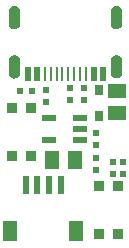
<source format=gbr>
G04 EAGLE Gerber RS-274X export*
G75*
%MOMM*%
%FSLAX34Y34*%
%LPD*%
%INSolderpaste Top*%
%IPPOS*%
%AMOC8*
5,1,8,0,0,1.08239X$1,22.5*%
G01*
%ADD10R,1.240000X1.500000*%
%ADD11R,1.500000X1.240000*%
%ADD12R,0.500000X1.550000*%
%ADD13R,1.200000X1.800000*%
%ADD14R,1.200000X0.550000*%
%ADD15R,0.500000X0.500000*%
%ADD16R,0.800000X0.900000*%
%ADD17R,0.575000X1.150000*%
%ADD18R,0.275000X1.150000*%
%ADD19R,0.600000X0.600000*%
%ADD20R,0.900000X0.900000*%

G36*
X46724Y181478D02*
X46724Y181478D01*
X46724Y181479D01*
X46725Y181479D01*
X47799Y181854D01*
X47799Y181855D01*
X47800Y181855D01*
X48763Y182460D01*
X48763Y182461D01*
X48764Y182461D01*
X49568Y183265D01*
X49568Y183266D01*
X49569Y183266D01*
X50174Y184229D01*
X50174Y184230D01*
X50175Y184230D01*
X50550Y185304D01*
X50550Y185305D01*
X50551Y185305D01*
X50552Y185320D01*
X50553Y185325D01*
X50553Y185330D01*
X50554Y185335D01*
X50555Y185340D01*
X50555Y185345D01*
X50556Y185350D01*
X50556Y185355D01*
X50559Y185380D01*
X50560Y185385D01*
X50560Y185390D01*
X50561Y185395D01*
X50561Y185400D01*
X50562Y185405D01*
X50562Y185410D01*
X50563Y185415D01*
X50566Y185440D01*
X50566Y185445D01*
X50567Y185450D01*
X50567Y185455D01*
X50568Y185460D01*
X50569Y185464D01*
X50569Y185465D01*
X50569Y185469D01*
X50569Y185470D01*
X50570Y185474D01*
X50572Y185499D01*
X50573Y185504D01*
X50574Y185509D01*
X50574Y185514D01*
X50575Y185519D01*
X50575Y185524D01*
X50576Y185529D01*
X50576Y185534D01*
X50579Y185559D01*
X50580Y185564D01*
X50580Y185569D01*
X50581Y185574D01*
X50581Y185579D01*
X50582Y185584D01*
X50583Y185589D01*
X50583Y185594D01*
X50585Y185614D01*
X50586Y185619D01*
X50586Y185623D01*
X50586Y185624D01*
X50587Y185628D01*
X50587Y185629D01*
X50588Y185633D01*
X50588Y185638D01*
X50589Y185643D01*
X50589Y185648D01*
X50590Y185653D01*
X50592Y185673D01*
X50593Y185678D01*
X50593Y185683D01*
X50594Y185688D01*
X50594Y185693D01*
X50595Y185698D01*
X50595Y185703D01*
X50596Y185708D01*
X50597Y185713D01*
X50599Y185733D01*
X50599Y185738D01*
X50600Y185743D01*
X50600Y185748D01*
X50601Y185753D01*
X50602Y185758D01*
X50602Y185763D01*
X50603Y185768D01*
X50603Y185773D01*
X50605Y185792D01*
X50606Y185792D01*
X50606Y185797D01*
X50607Y185802D01*
X50607Y185807D01*
X50608Y185812D01*
X50608Y185817D01*
X50609Y185822D01*
X50609Y185827D01*
X50610Y185832D01*
X50612Y185852D01*
X50613Y185857D01*
X50613Y185862D01*
X50614Y185867D01*
X50614Y185872D01*
X50615Y185877D01*
X50616Y185882D01*
X50616Y185887D01*
X50617Y185892D01*
X50619Y185912D01*
X50619Y185917D01*
X50620Y185917D01*
X50619Y185917D01*
X50620Y185922D01*
X50621Y185927D01*
X50621Y185932D01*
X50622Y185937D01*
X50622Y185941D01*
X50622Y185942D01*
X50623Y185946D01*
X50623Y185947D01*
X50623Y185951D01*
X50626Y185971D01*
X50626Y185976D01*
X50627Y185981D01*
X50627Y185986D01*
X50628Y185991D01*
X50628Y185996D01*
X50629Y186001D01*
X50630Y186006D01*
X50630Y186011D01*
X50632Y186031D01*
X50633Y186036D01*
X50633Y186041D01*
X50634Y186041D01*
X50633Y186041D01*
X50634Y186046D01*
X50635Y186051D01*
X50635Y186056D01*
X50636Y186061D01*
X50636Y186066D01*
X50637Y186071D01*
X50639Y186091D01*
X50640Y186096D01*
X50640Y186100D01*
X50640Y186101D01*
X50641Y186105D01*
X50641Y186106D01*
X50641Y186110D01*
X50642Y186115D01*
X50642Y186120D01*
X50643Y186125D01*
X50644Y186130D01*
X50646Y186150D01*
X50646Y186155D01*
X50647Y186160D01*
X50647Y186165D01*
X50648Y186165D01*
X50647Y186165D01*
X50648Y186170D01*
X50649Y186175D01*
X50649Y186180D01*
X50650Y186185D01*
X50650Y186190D01*
X50653Y186210D01*
X50653Y186215D01*
X50654Y186220D01*
X50654Y186225D01*
X50655Y186230D01*
X50655Y186235D01*
X50656Y186240D01*
X50656Y186245D01*
X50657Y186250D01*
X50659Y186269D01*
X50660Y186274D01*
X50660Y186279D01*
X50661Y186284D01*
X50661Y186289D01*
X50662Y186289D01*
X50661Y186289D01*
X50662Y186294D01*
X50663Y186299D01*
X50663Y186304D01*
X50666Y186329D01*
X50667Y186334D01*
X50667Y186339D01*
X50668Y186344D01*
X50668Y186349D01*
X50669Y186354D01*
X50669Y186359D01*
X50670Y186364D01*
X50673Y186389D01*
X50673Y186394D01*
X50674Y186399D01*
X50674Y186404D01*
X50675Y186409D01*
X50675Y186414D01*
X50676Y186414D01*
X50675Y186414D01*
X50676Y186418D01*
X50676Y186419D01*
X50677Y186423D01*
X50677Y186424D01*
X50678Y186435D01*
X50678Y186436D01*
X50678Y196088D01*
X50678Y196089D01*
X50551Y197219D01*
X50550Y197219D01*
X50550Y197220D01*
X50175Y198294D01*
X50174Y198294D01*
X50174Y198295D01*
X49569Y199258D01*
X49568Y199258D01*
X49568Y199259D01*
X48764Y200063D01*
X48763Y200063D01*
X48763Y200064D01*
X47800Y200669D01*
X47799Y200669D01*
X47799Y200670D01*
X46725Y201045D01*
X46724Y201045D01*
X46724Y201046D01*
X45594Y201173D01*
X45593Y201173D01*
X45592Y201173D01*
X45358Y201147D01*
X45005Y201107D01*
X44653Y201067D01*
X44519Y201052D01*
X44518Y201051D01*
X44517Y201052D01*
X43497Y200695D01*
X43497Y200694D01*
X43496Y200694D01*
X42581Y200119D01*
X41816Y199355D01*
X41816Y199354D01*
X41241Y198439D01*
X41241Y198438D01*
X41240Y198438D01*
X40883Y197418D01*
X40884Y197417D01*
X40883Y197416D01*
X40882Y197411D01*
X40882Y197406D01*
X40881Y197401D01*
X40879Y197381D01*
X40879Y197376D01*
X40878Y197376D01*
X40879Y197376D01*
X40878Y197371D01*
X40877Y197366D01*
X40877Y197361D01*
X40876Y197356D01*
X40876Y197351D01*
X40875Y197346D01*
X40872Y197321D01*
X40872Y197316D01*
X40871Y197311D01*
X40871Y197306D01*
X40870Y197301D01*
X40870Y197296D01*
X40869Y197291D01*
X40868Y197286D01*
X40866Y197262D01*
X40865Y197257D01*
X40865Y197252D01*
X40864Y197252D01*
X40865Y197252D01*
X40864Y197247D01*
X40863Y197242D01*
X40863Y197237D01*
X40862Y197232D01*
X40862Y197227D01*
X40859Y197207D01*
X40859Y197202D01*
X40858Y197197D01*
X40858Y197192D01*
X40857Y197187D01*
X40857Y197182D01*
X40856Y197177D01*
X40856Y197172D01*
X40855Y197167D01*
X40853Y197147D01*
X40852Y197142D01*
X40852Y197137D01*
X40851Y197132D01*
X40851Y197127D01*
X40850Y197127D01*
X40851Y197127D01*
X40850Y197122D01*
X40849Y197118D01*
X40849Y197117D01*
X40849Y197113D01*
X40849Y197112D01*
X40848Y197108D01*
X40846Y197088D01*
X40845Y197083D01*
X40845Y197078D01*
X40844Y197073D01*
X40844Y197068D01*
X40843Y197063D01*
X40843Y197058D01*
X40842Y197053D01*
X40842Y197048D01*
X40839Y197028D01*
X40839Y197023D01*
X40838Y197018D01*
X40838Y197013D01*
X40837Y197008D01*
X40837Y197003D01*
X40836Y197003D01*
X40837Y197003D01*
X40836Y196998D01*
X40835Y196993D01*
X40833Y196968D01*
X40832Y196963D01*
X40831Y196959D01*
X40831Y196958D01*
X40831Y196954D01*
X40831Y196953D01*
X40830Y196949D01*
X40830Y196944D01*
X40829Y196939D01*
X40829Y196934D01*
X40826Y196909D01*
X40825Y196904D01*
X40825Y196899D01*
X40824Y196894D01*
X40824Y196889D01*
X40823Y196884D01*
X40823Y196879D01*
X40822Y196879D01*
X40823Y196879D01*
X40822Y196874D01*
X40820Y196854D01*
X40819Y196849D01*
X40819Y196844D01*
X40818Y196839D01*
X40817Y196834D01*
X40817Y196829D01*
X40816Y196824D01*
X40816Y196819D01*
X40815Y196814D01*
X40813Y196795D01*
X40813Y196794D01*
X40812Y196790D01*
X40812Y196785D01*
X40811Y196780D01*
X40811Y196775D01*
X40810Y196770D01*
X40810Y196765D01*
X40809Y196760D01*
X40809Y196755D01*
X40808Y196755D01*
X40809Y196755D01*
X40806Y196735D01*
X40806Y196730D01*
X40805Y196725D01*
X40805Y196720D01*
X40804Y196715D01*
X40803Y196710D01*
X40803Y196705D01*
X40802Y196700D01*
X40802Y196695D01*
X40800Y196675D01*
X40799Y196670D01*
X40798Y196665D01*
X40798Y196660D01*
X40797Y196655D01*
X40797Y196650D01*
X40796Y196645D01*
X40796Y196641D01*
X40796Y196640D01*
X40793Y196616D01*
X40792Y196611D01*
X40792Y196606D01*
X40791Y196601D01*
X40791Y196596D01*
X40790Y196591D01*
X40789Y196586D01*
X40789Y196581D01*
X40786Y196556D01*
X40786Y196551D01*
X40785Y196546D01*
X40784Y196541D01*
X40784Y196536D01*
X40783Y196531D01*
X40783Y196526D01*
X40782Y196521D01*
X40780Y196501D01*
X40779Y196496D01*
X40779Y196491D01*
X40778Y196486D01*
X40778Y196482D01*
X40778Y196481D01*
X40777Y196477D01*
X40777Y196476D01*
X40777Y196472D01*
X40776Y196467D01*
X40775Y196462D01*
X40773Y196442D01*
X40773Y196437D01*
X40772Y196432D01*
X40772Y196427D01*
X40771Y196422D01*
X40770Y196417D01*
X40770Y196412D01*
X40769Y196407D01*
X40769Y196402D01*
X40767Y196382D01*
X40766Y196377D01*
X40765Y196372D01*
X40765Y196367D01*
X40764Y196362D01*
X40764Y196357D01*
X40763Y196352D01*
X40763Y196347D01*
X40762Y196343D01*
X40762Y196342D01*
X40762Y186182D01*
X40762Y186181D01*
X40883Y185108D01*
X40884Y185107D01*
X40883Y185106D01*
X41240Y184086D01*
X41241Y184086D01*
X41241Y184085D01*
X41816Y183170D01*
X42581Y182405D01*
X43496Y181830D01*
X43497Y181830D01*
X43497Y181829D01*
X44517Y181472D01*
X44518Y181473D01*
X44519Y181472D01*
X45592Y181351D01*
X45593Y181352D01*
X45594Y181351D01*
X46724Y181478D01*
G37*
G36*
X133084Y181478D02*
X133084Y181478D01*
X133084Y181479D01*
X133085Y181479D01*
X134159Y181854D01*
X134159Y181855D01*
X134160Y181855D01*
X135123Y182460D01*
X135123Y182461D01*
X135124Y182461D01*
X135928Y183265D01*
X135928Y183266D01*
X135929Y183266D01*
X136534Y184229D01*
X136534Y184230D01*
X136535Y184230D01*
X136910Y185304D01*
X136910Y185305D01*
X136911Y185305D01*
X136912Y185320D01*
X136913Y185325D01*
X136913Y185330D01*
X136914Y185335D01*
X136915Y185340D01*
X136915Y185345D01*
X136916Y185350D01*
X136916Y185355D01*
X136919Y185380D01*
X136920Y185385D01*
X136920Y185390D01*
X136921Y185395D01*
X136921Y185400D01*
X136922Y185405D01*
X136922Y185410D01*
X136923Y185415D01*
X136926Y185440D01*
X136926Y185445D01*
X136927Y185450D01*
X136927Y185455D01*
X136928Y185460D01*
X136929Y185464D01*
X136929Y185465D01*
X136929Y185469D01*
X136929Y185470D01*
X136930Y185474D01*
X136932Y185499D01*
X136933Y185504D01*
X136934Y185509D01*
X136934Y185514D01*
X136935Y185519D01*
X136935Y185524D01*
X136936Y185529D01*
X136936Y185534D01*
X136939Y185559D01*
X136940Y185564D01*
X136940Y185569D01*
X136941Y185574D01*
X136941Y185579D01*
X136942Y185584D01*
X136943Y185589D01*
X136943Y185594D01*
X136945Y185614D01*
X136946Y185619D01*
X136946Y185623D01*
X136946Y185624D01*
X136947Y185628D01*
X136947Y185629D01*
X136948Y185633D01*
X136948Y185638D01*
X136949Y185643D01*
X136949Y185648D01*
X136950Y185653D01*
X136952Y185673D01*
X136953Y185678D01*
X136953Y185683D01*
X136954Y185688D01*
X136954Y185693D01*
X136955Y185698D01*
X136955Y185703D01*
X136956Y185708D01*
X136957Y185713D01*
X136959Y185733D01*
X136959Y185738D01*
X136960Y185743D01*
X136960Y185748D01*
X136961Y185753D01*
X136962Y185758D01*
X136962Y185763D01*
X136963Y185768D01*
X136963Y185773D01*
X136965Y185792D01*
X136966Y185792D01*
X136966Y185797D01*
X136967Y185802D01*
X136967Y185807D01*
X136968Y185812D01*
X136968Y185817D01*
X136969Y185822D01*
X136969Y185827D01*
X136970Y185832D01*
X136972Y185852D01*
X136973Y185857D01*
X136973Y185862D01*
X136974Y185867D01*
X136974Y185872D01*
X136975Y185877D01*
X136976Y185882D01*
X136976Y185887D01*
X136977Y185892D01*
X136979Y185912D01*
X136979Y185917D01*
X136980Y185917D01*
X136979Y185917D01*
X136980Y185922D01*
X136981Y185927D01*
X136981Y185932D01*
X136982Y185937D01*
X136982Y185941D01*
X136982Y185942D01*
X136983Y185946D01*
X136983Y185947D01*
X136983Y185951D01*
X136986Y185971D01*
X136986Y185976D01*
X136987Y185981D01*
X136987Y185986D01*
X136988Y185991D01*
X136988Y185996D01*
X136989Y186001D01*
X136990Y186006D01*
X136990Y186011D01*
X136992Y186031D01*
X136993Y186036D01*
X136993Y186041D01*
X136994Y186041D01*
X136993Y186041D01*
X136994Y186046D01*
X136995Y186051D01*
X136995Y186056D01*
X136996Y186061D01*
X136996Y186066D01*
X136997Y186071D01*
X136999Y186091D01*
X137000Y186096D01*
X137000Y186100D01*
X137000Y186101D01*
X137001Y186105D01*
X137001Y186106D01*
X137001Y186110D01*
X137002Y186115D01*
X137002Y186120D01*
X137003Y186125D01*
X137004Y186130D01*
X137006Y186150D01*
X137006Y186155D01*
X137007Y186160D01*
X137007Y186165D01*
X137008Y186165D01*
X137007Y186165D01*
X137008Y186170D01*
X137009Y186175D01*
X137009Y186180D01*
X137010Y186185D01*
X137010Y186190D01*
X137013Y186210D01*
X137013Y186215D01*
X137014Y186220D01*
X137014Y186225D01*
X137015Y186230D01*
X137015Y186235D01*
X137016Y186240D01*
X137016Y186245D01*
X137017Y186250D01*
X137019Y186269D01*
X137020Y186274D01*
X137020Y186279D01*
X137021Y186284D01*
X137021Y186289D01*
X137022Y186289D01*
X137021Y186289D01*
X137022Y186294D01*
X137023Y186299D01*
X137023Y186304D01*
X137026Y186329D01*
X137027Y186334D01*
X137027Y186339D01*
X137028Y186344D01*
X137028Y186349D01*
X137029Y186354D01*
X137029Y186359D01*
X137030Y186364D01*
X137033Y186389D01*
X137033Y186394D01*
X137034Y186399D01*
X137034Y186404D01*
X137035Y186409D01*
X137035Y186414D01*
X137036Y186414D01*
X137035Y186414D01*
X137036Y186418D01*
X137036Y186419D01*
X137037Y186423D01*
X137037Y186424D01*
X137038Y186435D01*
X137038Y186436D01*
X137038Y196088D01*
X137038Y196089D01*
X136911Y197219D01*
X136910Y197219D01*
X136910Y197220D01*
X136535Y198294D01*
X136534Y198294D01*
X136534Y198295D01*
X135929Y199258D01*
X135928Y199258D01*
X135928Y199259D01*
X135124Y200063D01*
X135123Y200063D01*
X135123Y200064D01*
X134160Y200669D01*
X134159Y200669D01*
X134159Y200670D01*
X133085Y201045D01*
X133084Y201045D01*
X133084Y201046D01*
X131954Y201173D01*
X131953Y201173D01*
X131952Y201173D01*
X131718Y201147D01*
X131365Y201107D01*
X131013Y201067D01*
X130879Y201052D01*
X130878Y201051D01*
X130877Y201052D01*
X129857Y200695D01*
X129857Y200694D01*
X129856Y200694D01*
X128941Y200119D01*
X128176Y199355D01*
X128176Y199354D01*
X127601Y198439D01*
X127601Y198438D01*
X127600Y198438D01*
X127243Y197418D01*
X127244Y197417D01*
X127243Y197416D01*
X127242Y197411D01*
X127242Y197406D01*
X127241Y197401D01*
X127239Y197381D01*
X127239Y197376D01*
X127238Y197376D01*
X127239Y197376D01*
X127238Y197371D01*
X127237Y197366D01*
X127237Y197361D01*
X127236Y197356D01*
X127236Y197351D01*
X127235Y197346D01*
X127232Y197321D01*
X127232Y197316D01*
X127231Y197311D01*
X127231Y197306D01*
X127230Y197301D01*
X127230Y197296D01*
X127229Y197291D01*
X127228Y197286D01*
X127226Y197262D01*
X127225Y197257D01*
X127225Y197252D01*
X127224Y197252D01*
X127225Y197252D01*
X127224Y197247D01*
X127223Y197242D01*
X127223Y197237D01*
X127222Y197232D01*
X127222Y197227D01*
X127219Y197207D01*
X127219Y197202D01*
X127218Y197197D01*
X127218Y197192D01*
X127217Y197187D01*
X127217Y197182D01*
X127216Y197177D01*
X127216Y197172D01*
X127215Y197167D01*
X127213Y197147D01*
X127212Y197142D01*
X127212Y197137D01*
X127211Y197132D01*
X127211Y197127D01*
X127210Y197127D01*
X127211Y197127D01*
X127210Y197122D01*
X127209Y197118D01*
X127209Y197117D01*
X127209Y197113D01*
X127209Y197112D01*
X127208Y197108D01*
X127206Y197088D01*
X127205Y197083D01*
X127205Y197078D01*
X127204Y197073D01*
X127204Y197068D01*
X127203Y197063D01*
X127203Y197058D01*
X127202Y197053D01*
X127202Y197048D01*
X127199Y197028D01*
X127199Y197023D01*
X127198Y197018D01*
X127198Y197013D01*
X127197Y197008D01*
X127197Y197003D01*
X127196Y197003D01*
X127197Y197003D01*
X127196Y196998D01*
X127195Y196993D01*
X127193Y196968D01*
X127192Y196963D01*
X127191Y196959D01*
X127191Y196958D01*
X127191Y196954D01*
X127191Y196953D01*
X127190Y196949D01*
X127190Y196944D01*
X127189Y196939D01*
X127189Y196934D01*
X127186Y196909D01*
X127185Y196904D01*
X127185Y196899D01*
X127184Y196894D01*
X127184Y196889D01*
X127183Y196884D01*
X127183Y196879D01*
X127182Y196879D01*
X127183Y196879D01*
X127182Y196874D01*
X127180Y196854D01*
X127179Y196849D01*
X127179Y196844D01*
X127178Y196839D01*
X127177Y196834D01*
X127177Y196829D01*
X127176Y196824D01*
X127176Y196819D01*
X127175Y196814D01*
X127173Y196795D01*
X127173Y196794D01*
X127172Y196790D01*
X127172Y196785D01*
X127171Y196780D01*
X127171Y196775D01*
X127170Y196770D01*
X127170Y196765D01*
X127169Y196760D01*
X127169Y196755D01*
X127168Y196755D01*
X127169Y196755D01*
X127166Y196735D01*
X127166Y196730D01*
X127165Y196725D01*
X127165Y196720D01*
X127164Y196715D01*
X127163Y196710D01*
X127163Y196705D01*
X127162Y196700D01*
X127162Y196695D01*
X127160Y196675D01*
X127159Y196670D01*
X127158Y196665D01*
X127158Y196660D01*
X127157Y196655D01*
X127157Y196650D01*
X127156Y196645D01*
X127156Y196641D01*
X127156Y196640D01*
X127153Y196616D01*
X127152Y196611D01*
X127152Y196606D01*
X127151Y196601D01*
X127151Y196596D01*
X127150Y196591D01*
X127149Y196586D01*
X127149Y196581D01*
X127146Y196556D01*
X127146Y196551D01*
X127145Y196546D01*
X127144Y196541D01*
X127144Y196536D01*
X127143Y196531D01*
X127143Y196526D01*
X127142Y196521D01*
X127140Y196501D01*
X127139Y196496D01*
X127139Y196491D01*
X127138Y196486D01*
X127138Y196482D01*
X127138Y196481D01*
X127137Y196477D01*
X127137Y196476D01*
X127137Y196472D01*
X127136Y196467D01*
X127135Y196462D01*
X127133Y196442D01*
X127133Y196437D01*
X127132Y196432D01*
X127132Y196427D01*
X127131Y196422D01*
X127130Y196417D01*
X127130Y196412D01*
X127129Y196407D01*
X127129Y196402D01*
X127127Y196382D01*
X127126Y196377D01*
X127125Y196372D01*
X127125Y196367D01*
X127124Y196362D01*
X127124Y196357D01*
X127123Y196352D01*
X127123Y196347D01*
X127122Y196343D01*
X127122Y196342D01*
X127122Y186182D01*
X127122Y186181D01*
X127243Y185108D01*
X127244Y185107D01*
X127243Y185106D01*
X127600Y184086D01*
X127601Y184086D01*
X127601Y184085D01*
X128176Y183170D01*
X128941Y182405D01*
X129856Y181830D01*
X129857Y181830D01*
X129857Y181829D01*
X130877Y181472D01*
X130878Y181473D01*
X130879Y181472D01*
X131952Y181351D01*
X131953Y181352D01*
X131954Y181351D01*
X133084Y181478D01*
G37*
G36*
X133211Y139695D02*
X133211Y139695D01*
X133211Y139696D01*
X133212Y139696D01*
X134286Y140071D01*
X134286Y140072D01*
X134287Y140072D01*
X135250Y140677D01*
X135250Y140678D01*
X135251Y140678D01*
X136055Y141482D01*
X136055Y141483D01*
X136056Y141483D01*
X136661Y142446D01*
X136661Y142447D01*
X136662Y142447D01*
X137037Y143521D01*
X137037Y143522D01*
X137038Y143522D01*
X137039Y143537D01*
X137040Y143542D01*
X137040Y143547D01*
X137041Y143552D01*
X137042Y143557D01*
X137042Y143562D01*
X137043Y143567D01*
X137043Y143572D01*
X137046Y143597D01*
X137047Y143602D01*
X137047Y143607D01*
X137048Y143612D01*
X137048Y143617D01*
X137049Y143622D01*
X137049Y143627D01*
X137050Y143632D01*
X137053Y143657D01*
X137053Y143662D01*
X137054Y143667D01*
X137054Y143672D01*
X137055Y143677D01*
X137056Y143681D01*
X137056Y143682D01*
X137056Y143686D01*
X137056Y143687D01*
X137057Y143691D01*
X137059Y143716D01*
X137060Y143721D01*
X137061Y143726D01*
X137061Y143731D01*
X137062Y143736D01*
X137062Y143741D01*
X137063Y143746D01*
X137063Y143751D01*
X137066Y143776D01*
X137067Y143781D01*
X137067Y143786D01*
X137068Y143791D01*
X137068Y143796D01*
X137069Y143801D01*
X137070Y143806D01*
X137070Y143811D01*
X137072Y143831D01*
X137073Y143836D01*
X137073Y143840D01*
X137073Y143841D01*
X137074Y143845D01*
X137074Y143846D01*
X137075Y143850D01*
X137075Y143855D01*
X137076Y143860D01*
X137076Y143865D01*
X137077Y143870D01*
X137079Y143890D01*
X137080Y143895D01*
X137080Y143900D01*
X137081Y143905D01*
X137081Y143910D01*
X137082Y143915D01*
X137082Y143920D01*
X137083Y143925D01*
X137084Y143930D01*
X137086Y143950D01*
X137086Y143955D01*
X137087Y143960D01*
X137087Y143965D01*
X137088Y143970D01*
X137089Y143975D01*
X137089Y143980D01*
X137090Y143985D01*
X137090Y143990D01*
X137092Y144009D01*
X137093Y144009D01*
X137093Y144014D01*
X137094Y144019D01*
X137094Y144024D01*
X137095Y144029D01*
X137095Y144034D01*
X137096Y144039D01*
X137096Y144044D01*
X137097Y144049D01*
X137099Y144069D01*
X137100Y144074D01*
X137100Y144079D01*
X137101Y144084D01*
X137101Y144089D01*
X137102Y144094D01*
X137103Y144099D01*
X137103Y144104D01*
X137104Y144109D01*
X137106Y144129D01*
X137106Y144134D01*
X137107Y144134D01*
X137106Y144134D01*
X137107Y144139D01*
X137108Y144144D01*
X137108Y144149D01*
X137109Y144154D01*
X137109Y144158D01*
X137109Y144159D01*
X137110Y144163D01*
X137110Y144164D01*
X137110Y144168D01*
X137113Y144188D01*
X137113Y144193D01*
X137114Y144198D01*
X137114Y144203D01*
X137115Y144208D01*
X137115Y144213D01*
X137116Y144218D01*
X137117Y144223D01*
X137117Y144228D01*
X137119Y144248D01*
X137120Y144253D01*
X137120Y144258D01*
X137121Y144258D01*
X137120Y144258D01*
X137121Y144263D01*
X137122Y144268D01*
X137122Y144273D01*
X137123Y144278D01*
X137123Y144283D01*
X137124Y144288D01*
X137126Y144308D01*
X137127Y144313D01*
X137127Y144317D01*
X137127Y144318D01*
X137128Y144322D01*
X137128Y144323D01*
X137128Y144327D01*
X137129Y144332D01*
X137129Y144337D01*
X137130Y144342D01*
X137131Y144347D01*
X137133Y144367D01*
X137133Y144372D01*
X137134Y144377D01*
X137134Y144382D01*
X137135Y144382D01*
X137134Y144382D01*
X137135Y144387D01*
X137136Y144392D01*
X137136Y144397D01*
X137137Y144402D01*
X137137Y144407D01*
X137140Y144427D01*
X137140Y144432D01*
X137141Y144437D01*
X137141Y144442D01*
X137142Y144447D01*
X137142Y144452D01*
X137143Y144457D01*
X137143Y144462D01*
X137144Y144467D01*
X137146Y144486D01*
X137147Y144491D01*
X137147Y144496D01*
X137148Y144501D01*
X137148Y144506D01*
X137149Y144506D01*
X137148Y144506D01*
X137149Y144511D01*
X137150Y144516D01*
X137150Y144521D01*
X137153Y144546D01*
X137154Y144551D01*
X137154Y144556D01*
X137155Y144561D01*
X137155Y144566D01*
X137156Y144571D01*
X137156Y144576D01*
X137157Y144581D01*
X137160Y144606D01*
X137160Y144611D01*
X137161Y144616D01*
X137161Y144621D01*
X137162Y144626D01*
X137162Y144631D01*
X137163Y144631D01*
X137162Y144631D01*
X137163Y144635D01*
X137163Y144636D01*
X137164Y144640D01*
X137164Y144641D01*
X137165Y144652D01*
X137165Y144653D01*
X137165Y154305D01*
X137165Y154306D01*
X137038Y155436D01*
X137037Y155436D01*
X137037Y155437D01*
X136662Y156511D01*
X136661Y156511D01*
X136661Y156512D01*
X136056Y157475D01*
X136055Y157475D01*
X136055Y157476D01*
X135251Y158280D01*
X135250Y158280D01*
X135250Y158281D01*
X134287Y158886D01*
X134286Y158886D01*
X134286Y158887D01*
X133212Y159262D01*
X133211Y159262D01*
X133211Y159263D01*
X132081Y159390D01*
X132080Y159390D01*
X132079Y159390D01*
X131845Y159364D01*
X131492Y159324D01*
X131140Y159284D01*
X131006Y159269D01*
X131005Y159268D01*
X131004Y159269D01*
X129984Y158912D01*
X129984Y158911D01*
X129983Y158911D01*
X129068Y158336D01*
X128303Y157572D01*
X128303Y157571D01*
X127728Y156656D01*
X127728Y156655D01*
X127727Y156655D01*
X127370Y155635D01*
X127371Y155634D01*
X127370Y155633D01*
X127369Y155628D01*
X127369Y155623D01*
X127368Y155618D01*
X127366Y155598D01*
X127366Y155593D01*
X127365Y155593D01*
X127366Y155593D01*
X127365Y155588D01*
X127364Y155583D01*
X127364Y155578D01*
X127363Y155573D01*
X127363Y155568D01*
X127362Y155563D01*
X127359Y155538D01*
X127359Y155533D01*
X127358Y155528D01*
X127358Y155523D01*
X127357Y155518D01*
X127357Y155513D01*
X127356Y155508D01*
X127355Y155503D01*
X127353Y155479D01*
X127352Y155474D01*
X127352Y155469D01*
X127351Y155469D01*
X127352Y155469D01*
X127351Y155464D01*
X127350Y155459D01*
X127350Y155454D01*
X127349Y155449D01*
X127349Y155444D01*
X127346Y155424D01*
X127346Y155419D01*
X127345Y155414D01*
X127345Y155409D01*
X127344Y155404D01*
X127344Y155399D01*
X127343Y155394D01*
X127343Y155389D01*
X127342Y155384D01*
X127340Y155364D01*
X127339Y155359D01*
X127339Y155354D01*
X127338Y155349D01*
X127338Y155344D01*
X127337Y155344D01*
X127338Y155344D01*
X127337Y155339D01*
X127336Y155335D01*
X127336Y155334D01*
X127336Y155330D01*
X127336Y155329D01*
X127335Y155325D01*
X127333Y155305D01*
X127332Y155300D01*
X127332Y155295D01*
X127331Y155290D01*
X127331Y155285D01*
X127330Y155280D01*
X127330Y155275D01*
X127329Y155270D01*
X127329Y155265D01*
X127326Y155245D01*
X127326Y155240D01*
X127325Y155235D01*
X127325Y155230D01*
X127324Y155225D01*
X127324Y155220D01*
X127323Y155220D01*
X127324Y155220D01*
X127323Y155215D01*
X127322Y155210D01*
X127320Y155185D01*
X127319Y155180D01*
X127318Y155176D01*
X127318Y155175D01*
X127318Y155171D01*
X127318Y155170D01*
X127317Y155166D01*
X127317Y155161D01*
X127316Y155156D01*
X127316Y155151D01*
X127313Y155126D01*
X127312Y155121D01*
X127312Y155116D01*
X127311Y155111D01*
X127311Y155106D01*
X127310Y155101D01*
X127310Y155096D01*
X127309Y155096D01*
X127310Y155096D01*
X127309Y155091D01*
X127307Y155071D01*
X127306Y155066D01*
X127306Y155061D01*
X127305Y155056D01*
X127304Y155051D01*
X127304Y155046D01*
X127303Y155041D01*
X127303Y155036D01*
X127302Y155031D01*
X127300Y155012D01*
X127300Y155011D01*
X127299Y155007D01*
X127299Y155002D01*
X127298Y154997D01*
X127298Y154992D01*
X127297Y154987D01*
X127297Y154982D01*
X127296Y154977D01*
X127296Y154972D01*
X127295Y154972D01*
X127296Y154972D01*
X127293Y154952D01*
X127293Y154947D01*
X127292Y154942D01*
X127292Y154937D01*
X127291Y154932D01*
X127290Y154927D01*
X127290Y154922D01*
X127289Y154917D01*
X127289Y154912D01*
X127287Y154892D01*
X127286Y154887D01*
X127285Y154882D01*
X127285Y154877D01*
X127284Y154872D01*
X127284Y154867D01*
X127283Y154862D01*
X127283Y154858D01*
X127283Y154857D01*
X127280Y154833D01*
X127279Y154828D01*
X127279Y154823D01*
X127278Y154818D01*
X127278Y154813D01*
X127277Y154808D01*
X127276Y154803D01*
X127276Y154798D01*
X127273Y154773D01*
X127273Y154768D01*
X127272Y154763D01*
X127271Y154758D01*
X127271Y154753D01*
X127270Y154748D01*
X127270Y154743D01*
X127269Y154738D01*
X127267Y154718D01*
X127266Y154713D01*
X127266Y154708D01*
X127265Y154703D01*
X127265Y154699D01*
X127265Y154698D01*
X127264Y154694D01*
X127264Y154693D01*
X127264Y154689D01*
X127263Y154684D01*
X127262Y154679D01*
X127260Y154659D01*
X127260Y154654D01*
X127259Y154649D01*
X127259Y154644D01*
X127258Y154639D01*
X127257Y154634D01*
X127257Y154629D01*
X127256Y154624D01*
X127256Y154619D01*
X127254Y154599D01*
X127253Y154594D01*
X127252Y154589D01*
X127252Y154584D01*
X127251Y154579D01*
X127251Y154574D01*
X127250Y154569D01*
X127250Y154564D01*
X127249Y154560D01*
X127249Y154559D01*
X127249Y144399D01*
X127249Y144398D01*
X127370Y143325D01*
X127371Y143324D01*
X127370Y143323D01*
X127727Y142303D01*
X127728Y142303D01*
X127728Y142302D01*
X128303Y141387D01*
X129068Y140622D01*
X129983Y140047D01*
X129984Y140047D01*
X129984Y140046D01*
X131004Y139689D01*
X131005Y139690D01*
X131006Y139689D01*
X132079Y139568D01*
X132080Y139569D01*
X132081Y139568D01*
X133211Y139695D01*
G37*
G36*
X46724Y139568D02*
X46724Y139568D01*
X46724Y139569D01*
X46725Y139569D01*
X47799Y139944D01*
X47799Y139945D01*
X47800Y139945D01*
X48763Y140550D01*
X48763Y140551D01*
X48764Y140551D01*
X49568Y141355D01*
X49568Y141356D01*
X49569Y141356D01*
X50174Y142319D01*
X50174Y142320D01*
X50175Y142320D01*
X50550Y143394D01*
X50550Y143395D01*
X50551Y143395D01*
X50552Y143410D01*
X50553Y143415D01*
X50553Y143420D01*
X50554Y143425D01*
X50555Y143430D01*
X50555Y143435D01*
X50556Y143440D01*
X50556Y143445D01*
X50559Y143470D01*
X50560Y143475D01*
X50560Y143480D01*
X50561Y143485D01*
X50561Y143490D01*
X50562Y143495D01*
X50562Y143500D01*
X50563Y143505D01*
X50566Y143530D01*
X50566Y143535D01*
X50567Y143540D01*
X50567Y143545D01*
X50568Y143550D01*
X50569Y143554D01*
X50569Y143555D01*
X50569Y143559D01*
X50569Y143560D01*
X50570Y143564D01*
X50572Y143589D01*
X50573Y143594D01*
X50574Y143599D01*
X50574Y143604D01*
X50575Y143609D01*
X50575Y143614D01*
X50576Y143619D01*
X50576Y143624D01*
X50579Y143649D01*
X50580Y143654D01*
X50580Y143659D01*
X50581Y143664D01*
X50581Y143669D01*
X50582Y143674D01*
X50583Y143679D01*
X50583Y143684D01*
X50585Y143704D01*
X50586Y143709D01*
X50586Y143713D01*
X50586Y143714D01*
X50587Y143718D01*
X50587Y143719D01*
X50588Y143723D01*
X50588Y143728D01*
X50589Y143733D01*
X50589Y143738D01*
X50590Y143743D01*
X50592Y143763D01*
X50593Y143768D01*
X50593Y143773D01*
X50594Y143778D01*
X50594Y143783D01*
X50595Y143788D01*
X50595Y143793D01*
X50596Y143798D01*
X50597Y143803D01*
X50599Y143823D01*
X50599Y143828D01*
X50600Y143833D01*
X50600Y143838D01*
X50601Y143843D01*
X50602Y143848D01*
X50602Y143853D01*
X50603Y143858D01*
X50603Y143863D01*
X50605Y143882D01*
X50606Y143882D01*
X50606Y143887D01*
X50607Y143892D01*
X50607Y143897D01*
X50608Y143902D01*
X50608Y143907D01*
X50609Y143912D01*
X50609Y143917D01*
X50610Y143922D01*
X50612Y143942D01*
X50613Y143947D01*
X50613Y143952D01*
X50614Y143957D01*
X50614Y143962D01*
X50615Y143967D01*
X50616Y143972D01*
X50616Y143977D01*
X50617Y143982D01*
X50619Y144002D01*
X50619Y144007D01*
X50620Y144007D01*
X50619Y144007D01*
X50620Y144012D01*
X50621Y144017D01*
X50621Y144022D01*
X50622Y144027D01*
X50622Y144031D01*
X50622Y144032D01*
X50623Y144036D01*
X50623Y144037D01*
X50623Y144041D01*
X50626Y144061D01*
X50626Y144066D01*
X50627Y144071D01*
X50627Y144076D01*
X50628Y144081D01*
X50628Y144086D01*
X50629Y144091D01*
X50630Y144096D01*
X50630Y144101D01*
X50632Y144121D01*
X50633Y144126D01*
X50633Y144131D01*
X50634Y144131D01*
X50633Y144131D01*
X50634Y144136D01*
X50635Y144141D01*
X50635Y144146D01*
X50636Y144151D01*
X50636Y144156D01*
X50637Y144161D01*
X50639Y144181D01*
X50640Y144186D01*
X50640Y144190D01*
X50640Y144191D01*
X50641Y144195D01*
X50641Y144196D01*
X50641Y144200D01*
X50642Y144205D01*
X50642Y144210D01*
X50643Y144215D01*
X50644Y144220D01*
X50646Y144240D01*
X50646Y144245D01*
X50647Y144250D01*
X50647Y144255D01*
X50648Y144255D01*
X50647Y144255D01*
X50648Y144260D01*
X50649Y144265D01*
X50649Y144270D01*
X50650Y144275D01*
X50650Y144280D01*
X50653Y144300D01*
X50653Y144305D01*
X50654Y144310D01*
X50654Y144315D01*
X50655Y144320D01*
X50655Y144325D01*
X50656Y144330D01*
X50656Y144335D01*
X50657Y144340D01*
X50659Y144359D01*
X50660Y144364D01*
X50660Y144369D01*
X50661Y144374D01*
X50661Y144379D01*
X50662Y144379D01*
X50661Y144379D01*
X50662Y144384D01*
X50663Y144389D01*
X50663Y144394D01*
X50666Y144419D01*
X50667Y144424D01*
X50667Y144429D01*
X50668Y144434D01*
X50668Y144439D01*
X50669Y144444D01*
X50669Y144449D01*
X50670Y144454D01*
X50673Y144479D01*
X50673Y144484D01*
X50674Y144489D01*
X50674Y144494D01*
X50675Y144499D01*
X50675Y144504D01*
X50676Y144504D01*
X50675Y144504D01*
X50676Y144508D01*
X50676Y144509D01*
X50677Y144513D01*
X50677Y144514D01*
X50678Y144525D01*
X50678Y144526D01*
X50678Y154178D01*
X50678Y154179D01*
X50551Y155309D01*
X50550Y155309D01*
X50550Y155310D01*
X50175Y156384D01*
X50174Y156384D01*
X50174Y156385D01*
X49569Y157348D01*
X49568Y157348D01*
X49568Y157349D01*
X48764Y158153D01*
X48763Y158153D01*
X48763Y158154D01*
X47800Y158759D01*
X47799Y158759D01*
X47799Y158760D01*
X46725Y159135D01*
X46724Y159135D01*
X46724Y159136D01*
X45594Y159263D01*
X45593Y159263D01*
X45592Y159263D01*
X45358Y159237D01*
X45005Y159197D01*
X44653Y159157D01*
X44519Y159142D01*
X44518Y159141D01*
X44517Y159142D01*
X43497Y158785D01*
X43497Y158784D01*
X43496Y158784D01*
X42581Y158209D01*
X41816Y157445D01*
X41816Y157444D01*
X41241Y156529D01*
X41241Y156528D01*
X41240Y156528D01*
X40883Y155508D01*
X40884Y155507D01*
X40883Y155506D01*
X40882Y155501D01*
X40882Y155496D01*
X40881Y155491D01*
X40879Y155471D01*
X40879Y155466D01*
X40878Y155466D01*
X40879Y155466D01*
X40878Y155461D01*
X40877Y155456D01*
X40877Y155451D01*
X40876Y155446D01*
X40876Y155441D01*
X40875Y155436D01*
X40872Y155411D01*
X40872Y155406D01*
X40871Y155401D01*
X40871Y155396D01*
X40870Y155391D01*
X40870Y155386D01*
X40869Y155381D01*
X40868Y155376D01*
X40866Y155352D01*
X40865Y155347D01*
X40865Y155342D01*
X40864Y155342D01*
X40865Y155342D01*
X40864Y155337D01*
X40863Y155332D01*
X40863Y155327D01*
X40862Y155322D01*
X40862Y155317D01*
X40859Y155297D01*
X40859Y155292D01*
X40858Y155287D01*
X40858Y155282D01*
X40857Y155277D01*
X40857Y155272D01*
X40856Y155267D01*
X40856Y155262D01*
X40855Y155257D01*
X40853Y155237D01*
X40852Y155232D01*
X40852Y155227D01*
X40851Y155222D01*
X40851Y155217D01*
X40850Y155217D01*
X40851Y155217D01*
X40850Y155212D01*
X40849Y155208D01*
X40849Y155207D01*
X40849Y155203D01*
X40849Y155202D01*
X40848Y155198D01*
X40846Y155178D01*
X40845Y155173D01*
X40845Y155168D01*
X40844Y155163D01*
X40844Y155158D01*
X40843Y155153D01*
X40843Y155148D01*
X40842Y155143D01*
X40842Y155138D01*
X40839Y155118D01*
X40839Y155113D01*
X40838Y155108D01*
X40838Y155103D01*
X40837Y155098D01*
X40837Y155093D01*
X40836Y155093D01*
X40837Y155093D01*
X40836Y155088D01*
X40835Y155083D01*
X40833Y155058D01*
X40832Y155053D01*
X40831Y155049D01*
X40831Y155048D01*
X40831Y155044D01*
X40831Y155043D01*
X40830Y155039D01*
X40830Y155034D01*
X40829Y155029D01*
X40829Y155024D01*
X40826Y154999D01*
X40825Y154994D01*
X40825Y154989D01*
X40824Y154984D01*
X40824Y154979D01*
X40823Y154974D01*
X40823Y154969D01*
X40822Y154969D01*
X40823Y154969D01*
X40822Y154964D01*
X40820Y154944D01*
X40819Y154939D01*
X40819Y154934D01*
X40818Y154929D01*
X40817Y154924D01*
X40817Y154919D01*
X40816Y154914D01*
X40816Y154909D01*
X40815Y154904D01*
X40813Y154885D01*
X40813Y154884D01*
X40812Y154880D01*
X40812Y154875D01*
X40811Y154870D01*
X40811Y154865D01*
X40810Y154860D01*
X40810Y154855D01*
X40809Y154850D01*
X40809Y154845D01*
X40808Y154845D01*
X40809Y154845D01*
X40806Y154825D01*
X40806Y154820D01*
X40805Y154815D01*
X40805Y154810D01*
X40804Y154805D01*
X40803Y154800D01*
X40803Y154795D01*
X40802Y154790D01*
X40802Y154785D01*
X40800Y154765D01*
X40799Y154760D01*
X40798Y154755D01*
X40798Y154750D01*
X40797Y154745D01*
X40797Y154740D01*
X40796Y154735D01*
X40796Y154731D01*
X40796Y154730D01*
X40793Y154706D01*
X40792Y154701D01*
X40792Y154696D01*
X40791Y154691D01*
X40791Y154686D01*
X40790Y154681D01*
X40789Y154676D01*
X40789Y154671D01*
X40786Y154646D01*
X40786Y154641D01*
X40785Y154636D01*
X40784Y154631D01*
X40784Y154626D01*
X40783Y154621D01*
X40783Y154616D01*
X40782Y154611D01*
X40780Y154591D01*
X40779Y154586D01*
X40779Y154581D01*
X40778Y154576D01*
X40778Y154572D01*
X40778Y154571D01*
X40777Y154567D01*
X40777Y154566D01*
X40777Y154562D01*
X40776Y154557D01*
X40775Y154552D01*
X40773Y154532D01*
X40773Y154527D01*
X40772Y154522D01*
X40772Y154517D01*
X40771Y154512D01*
X40770Y154507D01*
X40770Y154502D01*
X40769Y154497D01*
X40769Y154492D01*
X40767Y154472D01*
X40766Y154467D01*
X40765Y154462D01*
X40765Y154457D01*
X40764Y154452D01*
X40764Y154447D01*
X40763Y154442D01*
X40763Y154437D01*
X40762Y154433D01*
X40762Y154432D01*
X40762Y144272D01*
X40762Y144271D01*
X40883Y143198D01*
X40884Y143197D01*
X40883Y143196D01*
X41240Y142176D01*
X41241Y142176D01*
X41241Y142175D01*
X41816Y141260D01*
X42581Y140495D01*
X43496Y139920D01*
X43497Y139920D01*
X43497Y139919D01*
X44517Y139562D01*
X44518Y139563D01*
X44519Y139562D01*
X45592Y139441D01*
X45593Y139442D01*
X45594Y139441D01*
X46724Y139568D01*
G37*
D10*
X77622Y70485D03*
X96622Y70485D03*
D11*
X132842Y110007D03*
X132842Y129007D03*
D12*
X65104Y49016D03*
X75104Y49016D03*
X55104Y49016D03*
X85104Y49016D03*
D13*
X42104Y10016D03*
X98104Y10016D03*
D14*
X101393Y87274D03*
X101393Y96774D03*
X101393Y106274D03*
X75391Y106274D03*
X75391Y87274D03*
D15*
X137977Y69008D03*
X128977Y69008D03*
X128977Y59008D03*
X137977Y59008D03*
D16*
X117221Y108172D03*
X117221Y129572D03*
D17*
X120900Y143747D03*
X112900Y143747D03*
D18*
X106400Y143747D03*
X101400Y143747D03*
X96400Y143747D03*
X91400Y143747D03*
X86400Y143747D03*
X81400Y143747D03*
X76400Y143747D03*
X71400Y143747D03*
D17*
X64900Y143747D03*
X56900Y143747D03*
D19*
X50419Y129159D03*
X60579Y129159D03*
X104267Y121031D03*
X104267Y131191D03*
X114935Y72136D03*
X114935Y61976D03*
X114935Y83185D03*
X114935Y93345D03*
X93091Y131191D03*
X93091Y121031D03*
X72771Y129921D03*
X72771Y119761D03*
D20*
X43562Y114480D03*
X59562Y114480D03*
X59562Y73480D03*
X43562Y73480D03*
X117095Y48440D03*
X133095Y48440D03*
X133095Y7440D03*
X117095Y7440D03*
M02*

</source>
